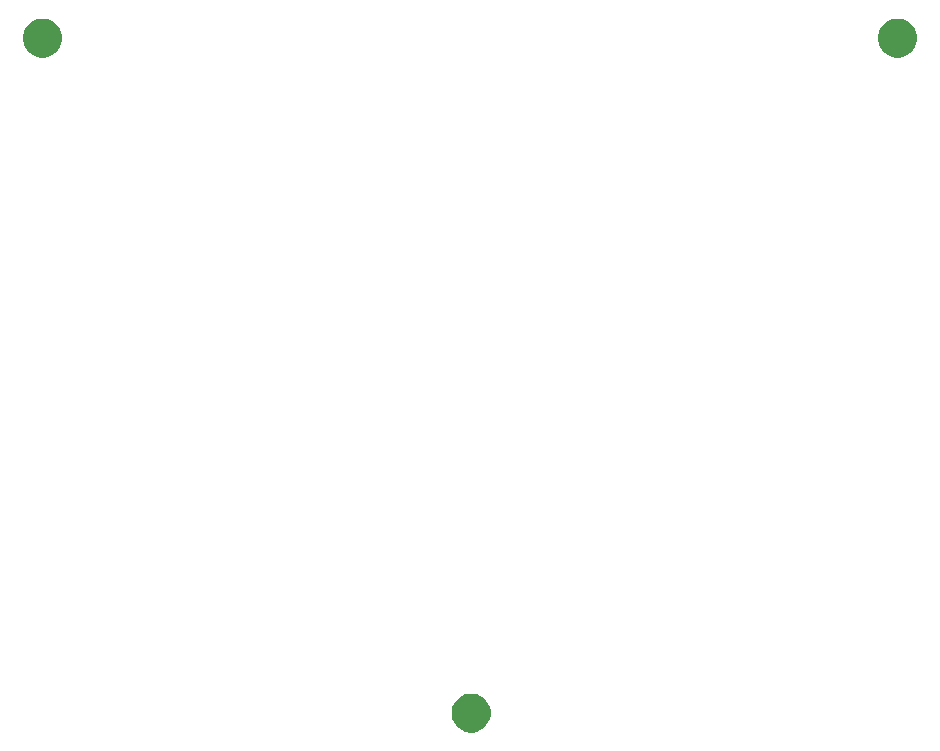
<source format=gbr>
G04 #@! TF.GenerationSoftware,KiCad,Pcbnew,(5.1.4)-1*
G04 #@! TF.CreationDate,2021-01-30T05:29:07-06:00*
G04 #@! TF.ProjectId,65NumpadPLATE,36354e75-6d70-4616-9450-4c4154452e6b,rev?*
G04 #@! TF.SameCoordinates,Original*
G04 #@! TF.FileFunction,Soldermask,Top*
G04 #@! TF.FilePolarity,Negative*
%FSLAX46Y46*%
G04 Gerber Fmt 4.6, Leading zero omitted, Abs format (unit mm)*
G04 Created by KiCad (PCBNEW (5.1.4)-1) date 2021-01-30 05:29:07*
%MOMM*%
%LPD*%
G04 APERTURE LIST*
%ADD10C,0.100000*%
G04 APERTURE END LIST*
D10*
G36*
X367881506Y-123803798D02*
G01*
X367987829Y-123824947D01*
X368288292Y-123949403D01*
X368558701Y-124130085D01*
X368788665Y-124360049D01*
X368969347Y-124630458D01*
X369093803Y-124930921D01*
X369157250Y-125249891D01*
X369157250Y-125575109D01*
X369093803Y-125894079D01*
X368969347Y-126194542D01*
X368788665Y-126464951D01*
X368558701Y-126694915D01*
X368288292Y-126875597D01*
X367987829Y-127000053D01*
X367881506Y-127021202D01*
X367668861Y-127063500D01*
X367343639Y-127063500D01*
X367130994Y-127021202D01*
X367024671Y-127000053D01*
X366724208Y-126875597D01*
X366453799Y-126694915D01*
X366223835Y-126464951D01*
X366043153Y-126194542D01*
X365918697Y-125894079D01*
X365855250Y-125575109D01*
X365855250Y-125249891D01*
X365918697Y-124930921D01*
X366043153Y-124630458D01*
X366223835Y-124360049D01*
X366453799Y-124130085D01*
X366724208Y-123949403D01*
X367024671Y-123824947D01*
X367130994Y-123803798D01*
X367343639Y-123761500D01*
X367668861Y-123761500D01*
X367881506Y-123803798D01*
X367881506Y-123803798D01*
G37*
G36*
X403981256Y-66653798D02*
G01*
X404087579Y-66674947D01*
X404388042Y-66799403D01*
X404658451Y-66980085D01*
X404888415Y-67210049D01*
X405069097Y-67480458D01*
X405193553Y-67780921D01*
X405257000Y-68099891D01*
X405257000Y-68425109D01*
X405193553Y-68744079D01*
X405069097Y-69044542D01*
X404888415Y-69314951D01*
X404658451Y-69544915D01*
X404388042Y-69725597D01*
X404087579Y-69850053D01*
X403981256Y-69871202D01*
X403768611Y-69913500D01*
X403443389Y-69913500D01*
X403230744Y-69871202D01*
X403124421Y-69850053D01*
X402823958Y-69725597D01*
X402553549Y-69544915D01*
X402323585Y-69314951D01*
X402142903Y-69044542D01*
X402018447Y-68744079D01*
X401955000Y-68425109D01*
X401955000Y-68099891D01*
X402018447Y-67780921D01*
X402142903Y-67480458D01*
X402323585Y-67210049D01*
X402553549Y-66980085D01*
X402823958Y-66799403D01*
X403124421Y-66674947D01*
X403230744Y-66653798D01*
X403443389Y-66611500D01*
X403768611Y-66611500D01*
X403981256Y-66653798D01*
X403981256Y-66653798D01*
G37*
G36*
X331591256Y-66653798D02*
G01*
X331697579Y-66674947D01*
X331998042Y-66799403D01*
X332268451Y-66980085D01*
X332498415Y-67210049D01*
X332679097Y-67480458D01*
X332803553Y-67780921D01*
X332867000Y-68099891D01*
X332867000Y-68425109D01*
X332803553Y-68744079D01*
X332679097Y-69044542D01*
X332498415Y-69314951D01*
X332268451Y-69544915D01*
X331998042Y-69725597D01*
X331697579Y-69850053D01*
X331591256Y-69871202D01*
X331378611Y-69913500D01*
X331053389Y-69913500D01*
X330840744Y-69871202D01*
X330734421Y-69850053D01*
X330433958Y-69725597D01*
X330163549Y-69544915D01*
X329933585Y-69314951D01*
X329752903Y-69044542D01*
X329628447Y-68744079D01*
X329565000Y-68425109D01*
X329565000Y-68099891D01*
X329628447Y-67780921D01*
X329752903Y-67480458D01*
X329933585Y-67210049D01*
X330163549Y-66980085D01*
X330433958Y-66799403D01*
X330734421Y-66674947D01*
X330840744Y-66653798D01*
X331053389Y-66611500D01*
X331378611Y-66611500D01*
X331591256Y-66653798D01*
X331591256Y-66653798D01*
G37*
M02*

</source>
